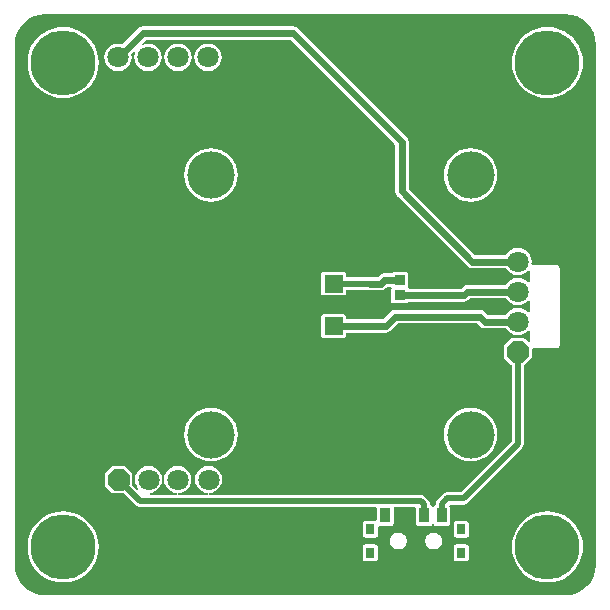
<source format=gtl>
G04 Layer_Physical_Order=1*
G04 Layer_Color=255*
%FSLAX44Y44*%
%MOMM*%
G71*
G01*
G75*
%ADD10R,1.6000X1.5000*%
%ADD11R,0.9500X0.8500*%
%ADD12R,0.8000X0.9000*%
%ADD13R,0.9000X1.2500*%
%ADD14C,0.5000*%
%ADD15C,0.6000*%
%ADD16C,1.8000*%
%ADD17P,1.9483X8X112.5*%
%ADD18P,1.9483X8X22.5*%
%ADD19C,5.5000*%
%ADD20C,4.0000*%
G36*
X475109Y495686D02*
X480022Y494196D01*
X484550Y491776D01*
X488518Y488519D01*
X491776Y484550D01*
X494196Y480022D01*
X495686Y475109D01*
X496165Y470248D01*
X496115Y470000D01*
X496115Y30000D01*
X496165Y29752D01*
X495686Y24891D01*
X494196Y19978D01*
X491776Y15450D01*
X488518Y11482D01*
X484550Y8225D01*
X480022Y5804D01*
X475109Y4314D01*
X471250Y3934D01*
X470000Y3885D01*
X470000Y3885D01*
X468730Y3885D01*
X31269Y3885D01*
X30000Y3885D01*
X28750Y3934D01*
X24891Y4314D01*
X19978Y5804D01*
X15450Y8225D01*
X11481Y11482D01*
X8225Y15450D01*
X5804Y19978D01*
X4314Y24891D01*
X3934Y28751D01*
X3885Y30000D01*
X3885Y30000D01*
X3885Y31252D01*
X3885Y470000D01*
X3835Y470248D01*
X4314Y475109D01*
X5804Y480022D01*
X8225Y484550D01*
X11481Y488519D01*
X15450Y491776D01*
X19978Y494196D01*
X24891Y495686D01*
X29752Y496165D01*
X30000Y496115D01*
X470000Y496115D01*
X470248Y496165D01*
X475109Y495686D01*
D02*
G37*
%LPC*%
G36*
X358605Y57178D02*
X358355Y57128D01*
X358100D01*
X356344Y56779D01*
X355411Y56392D01*
X353922Y55398D01*
X353922Y55398D01*
X353208Y54683D01*
X353208Y54683D01*
X352213Y53195D01*
X351826Y52261D01*
X351477Y50505D01*
Y49495D01*
X351826Y47739D01*
X352213Y46805D01*
X353208Y45317D01*
X353208Y45317D01*
X353922Y44602D01*
X353922Y44602D01*
X355411Y43608D01*
X356344Y43221D01*
X358100Y42872D01*
X358355D01*
X358605Y42822D01*
X358855Y42872D01*
X359110D01*
X360866Y43221D01*
X361800Y43608D01*
X363288Y44602D01*
X363288Y44602D01*
X364003Y45317D01*
X364003Y45317D01*
X364997Y46805D01*
X365384Y47739D01*
X365733Y49495D01*
Y50505D01*
X365384Y52261D01*
X364997Y53195D01*
X364003Y54683D01*
X364003Y54683D01*
X363288Y55398D01*
X363288Y55398D01*
X361800Y56392D01*
X360866Y56779D01*
X359110Y57128D01*
X358855D01*
X358605Y57178D01*
D02*
G37*
G36*
X328605D02*
X328355Y57128D01*
X328100D01*
X326344Y56779D01*
X325411Y56392D01*
X323922Y55398D01*
X323922Y55398D01*
X323208Y54683D01*
X323208Y54683D01*
X322213Y53195D01*
X321826Y52261D01*
X321477Y50505D01*
Y49495D01*
X321826Y47739D01*
X322213Y46805D01*
X323208Y45317D01*
X323208Y45317D01*
X323922Y44602D01*
X323922Y44602D01*
X325411Y43608D01*
X326344Y43221D01*
X328100Y42872D01*
X328355D01*
X328605Y42822D01*
X328855Y42872D01*
X329110D01*
X330866Y43221D01*
X331800Y43608D01*
X333288Y44602D01*
X333288Y44602D01*
X334003Y45317D01*
X334003Y45317D01*
X334997Y46805D01*
X335384Y47739D01*
X335733Y49495D01*
Y50505D01*
X335384Y52261D01*
X334997Y53195D01*
X334003Y54683D01*
X334003Y54683D01*
X333288Y55398D01*
X333288Y55398D01*
X331800Y56392D01*
X330866Y56779D01*
X329110Y57128D01*
X328855D01*
X328605Y57178D01*
D02*
G37*
G36*
X170000Y162649D02*
X165581Y162214D01*
X161333Y160925D01*
X157417Y158832D01*
X153985Y156015D01*
X151168Y152583D01*
X149075Y148667D01*
X147786Y144419D01*
X147351Y140000D01*
X147786Y135581D01*
X149075Y131333D01*
X151168Y127417D01*
X153985Y123985D01*
X157417Y121168D01*
X161333Y119075D01*
X165581Y117786D01*
X170000Y117351D01*
X174419Y117786D01*
X178667Y119075D01*
X182583Y121168D01*
X186015Y123985D01*
X188832Y127417D01*
X190925Y131333D01*
X192214Y135581D01*
X192649Y140000D01*
X192214Y144419D01*
X190925Y148667D01*
X188832Y152583D01*
X186015Y156015D01*
X182583Y158832D01*
X178667Y160925D01*
X174419Y162214D01*
X170000Y162649D01*
D02*
G37*
G36*
X386105Y67090D02*
X378105D01*
X377114Y66893D01*
X376274Y66331D01*
X375713Y65491D01*
X375516Y64500D01*
Y55500D01*
X375713Y54509D01*
X376274Y53669D01*
X377114Y53107D01*
X378105Y52910D01*
X386105D01*
X387096Y53107D01*
X387936Y53669D01*
X388498Y54509D01*
X388695Y55500D01*
Y64500D01*
X388498Y65491D01*
X387936Y66331D01*
X387096Y66893D01*
X386105Y67090D01*
D02*
G37*
G36*
X455000Y75133D02*
X450286Y74762D01*
X445689Y73658D01*
X441320Y71849D01*
X437288Y69378D01*
X433693Y66307D01*
X430622Y62712D01*
X428151Y58680D01*
X426342Y54312D01*
X425238Y49714D01*
X424867Y45000D01*
X425238Y40286D01*
X426342Y35689D01*
X428151Y31320D01*
X430622Y27288D01*
X433693Y23693D01*
X437288Y20622D01*
X441320Y18152D01*
X445689Y16342D01*
X450286Y15238D01*
X455000Y14867D01*
X459714Y15238D01*
X464312Y16342D01*
X468680Y18152D01*
X472712Y20622D01*
X476307Y23693D01*
X479378Y27288D01*
X481849Y31320D01*
X483658Y35689D01*
X484762Y40286D01*
X485133Y45000D01*
X484762Y49714D01*
X483658Y54312D01*
X481849Y58680D01*
X479378Y62712D01*
X476307Y66307D01*
X472712Y69378D01*
X468680Y71849D01*
X464312Y73658D01*
X459714Y74762D01*
X455000Y75133D01*
D02*
G37*
G36*
X45000D02*
X40286Y74762D01*
X35688Y73658D01*
X31320Y71849D01*
X27288Y69378D01*
X23693Y66307D01*
X20622Y62712D01*
X18151Y58680D01*
X16342Y54312D01*
X15238Y49714D01*
X14867Y45000D01*
X15238Y40286D01*
X16342Y35689D01*
X18151Y31320D01*
X20622Y27288D01*
X23693Y23693D01*
X27288Y20622D01*
X31320Y18152D01*
X35688Y16342D01*
X40286Y15238D01*
X45000Y14867D01*
X49714Y15238D01*
X54312Y16342D01*
X58680Y18152D01*
X62712Y20622D01*
X66307Y23693D01*
X69378Y27288D01*
X71849Y31320D01*
X73658Y35689D01*
X74762Y40286D01*
X75133Y45000D01*
X74762Y49714D01*
X73658Y54312D01*
X71849Y58680D01*
X69378Y62712D01*
X66307Y66307D01*
X62712Y69378D01*
X58680Y71849D01*
X54312Y73658D01*
X49714Y74762D01*
X45000Y75133D01*
D02*
G37*
G36*
X386105Y47090D02*
X378105D01*
X377114Y46893D01*
X376274Y46331D01*
X375713Y45491D01*
X375516Y44500D01*
Y35500D01*
X375713Y34509D01*
X376274Y33669D01*
X377114Y33107D01*
X378105Y32910D01*
X386105D01*
X387096Y33107D01*
X387936Y33669D01*
X388498Y34509D01*
X388695Y35500D01*
Y44500D01*
X388498Y45491D01*
X387936Y46331D01*
X387096Y46893D01*
X386105Y47090D01*
D02*
G37*
G36*
X309105D02*
X301105D01*
X300114Y46893D01*
X299274Y46331D01*
X298713Y45491D01*
X298515Y44500D01*
Y35500D01*
X298713Y34509D01*
X299274Y33669D01*
X300114Y33107D01*
X301105Y32910D01*
X309105D01*
X310096Y33107D01*
X310936Y33669D01*
X311498Y34509D01*
X311695Y35500D01*
Y44500D01*
X311498Y45491D01*
X310936Y46331D01*
X310096Y46893D01*
X309105Y47090D01*
D02*
G37*
G36*
X455000Y485133D02*
X450286Y484762D01*
X445689Y483658D01*
X441320Y481849D01*
X437288Y479378D01*
X433693Y476307D01*
X430622Y472712D01*
X428151Y468680D01*
X426342Y464312D01*
X425238Y459714D01*
X424867Y455000D01*
X425238Y450286D01*
X426342Y445689D01*
X428151Y441320D01*
X430622Y437288D01*
X433693Y433693D01*
X437288Y430622D01*
X441320Y428152D01*
X445689Y426342D01*
X450286Y425238D01*
X455000Y424867D01*
X459714Y425238D01*
X464312Y426342D01*
X468680Y428152D01*
X472712Y430622D01*
X476307Y433693D01*
X479378Y437288D01*
X481849Y441320D01*
X483658Y445689D01*
X484762Y450286D01*
X485133Y455000D01*
X484762Y459714D01*
X483658Y464312D01*
X481849Y468680D01*
X479378Y472712D01*
X476307Y476307D01*
X472712Y479378D01*
X468680Y481849D01*
X464312Y483658D01*
X459714Y484762D01*
X455000Y485133D01*
D02*
G37*
G36*
X45000D02*
X40286Y484762D01*
X35688Y483658D01*
X31320Y481849D01*
X27288Y479378D01*
X23693Y476307D01*
X20622Y472712D01*
X18151Y468680D01*
X16342Y464312D01*
X15238Y459714D01*
X14867Y455000D01*
X15238Y450286D01*
X16342Y445689D01*
X18151Y441320D01*
X20622Y437288D01*
X23693Y433693D01*
X27288Y430622D01*
X31320Y428152D01*
X35688Y426342D01*
X40286Y425238D01*
X45000Y424867D01*
X49714Y425238D01*
X54312Y426342D01*
X58680Y428152D01*
X62712Y430622D01*
X66307Y433693D01*
X69378Y437288D01*
X71849Y441320D01*
X73658Y445689D01*
X74762Y450286D01*
X75133Y455000D01*
X74762Y459714D01*
X73658Y464312D01*
X71849Y468680D01*
X69378Y472712D01*
X66307Y476307D01*
X62712Y479378D01*
X58680Y481849D01*
X54312Y483658D01*
X49714Y484762D01*
X45000Y485133D01*
D02*
G37*
G36*
X167640Y471139D02*
X164627Y470743D01*
X161820Y469580D01*
X159410Y467730D01*
X157560Y465320D01*
X156397Y462513D01*
X156000Y459500D01*
X156397Y456488D01*
X157560Y453680D01*
X159410Y451270D01*
X161820Y449420D01*
X164627Y448257D01*
X167640Y447860D01*
X170653Y448257D01*
X173460Y449420D01*
X175870Y451270D01*
X177720Y453680D01*
X178883Y456488D01*
X179280Y459500D01*
X178883Y462513D01*
X177720Y465320D01*
X175870Y467730D01*
X173460Y469580D01*
X170653Y470743D01*
X167640Y471139D01*
D02*
G37*
G36*
X142240D02*
X139228Y470743D01*
X136420Y469580D01*
X134010Y467730D01*
X132160Y465320D01*
X130997Y462513D01*
X130600Y459500D01*
X130997Y456488D01*
X132160Y453680D01*
X134010Y451270D01*
X136420Y449420D01*
X139228Y448257D01*
X142240Y447860D01*
X145253Y448257D01*
X148060Y449420D01*
X150470Y451270D01*
X152320Y453680D01*
X153483Y456488D01*
X153879Y459500D01*
X153483Y462513D01*
X152320Y465320D01*
X150470Y467730D01*
X148060Y469580D01*
X145253Y470743D01*
X142240Y471139D01*
D02*
G37*
G36*
X240000Y485649D02*
X240000Y485648D01*
X112400D01*
X110238Y485219D01*
X108406Y483994D01*
X108406Y483994D01*
X94949Y470537D01*
X94452Y470743D01*
X91440Y471139D01*
X88427Y470743D01*
X85620Y469580D01*
X83210Y467730D01*
X81360Y465320D01*
X80197Y462513D01*
X79800Y459500D01*
X80197Y456488D01*
X81360Y453680D01*
X83210Y451270D01*
X85620Y449420D01*
X88427Y448257D01*
X91440Y447860D01*
X94452Y448257D01*
X97260Y449420D01*
X99670Y451270D01*
X101520Y453680D01*
X102683Y456488D01*
X103080Y459500D01*
X102708Y462320D01*
X105157Y464769D01*
X106234Y464049D01*
X105597Y462513D01*
X105200Y459500D01*
X105597Y456488D01*
X106760Y453680D01*
X108610Y451270D01*
X111020Y449420D01*
X113827Y448257D01*
X116840Y447860D01*
X119853Y448257D01*
X122660Y449420D01*
X125070Y451270D01*
X126920Y453680D01*
X128083Y456488D01*
X128479Y459500D01*
X128083Y462513D01*
X126920Y465320D01*
X125070Y467730D01*
X122660Y469580D01*
X119853Y470743D01*
X116840Y471139D01*
X113827Y470743D01*
X112291Y470106D01*
X111571Y471183D01*
X114740Y474352D01*
X237660D01*
X326352Y385660D01*
Y346000D01*
X326351Y346000D01*
X326781Y343838D01*
X328006Y342006D01*
X387396Y282616D01*
X387396Y282616D01*
X389228Y281392D01*
X391390Y280962D01*
X391390Y280962D01*
X419849D01*
X419920Y280790D01*
X421770Y278380D01*
X424180Y276530D01*
X426987Y275367D01*
X430000Y274971D01*
X433013Y275367D01*
X435820Y276530D01*
X438230Y278380D01*
X438940Y279305D01*
X440210Y278874D01*
Y268947D01*
X438940Y268515D01*
X438230Y269441D01*
X435820Y271290D01*
X433013Y272453D01*
X430000Y272850D01*
X426987Y272453D01*
X424180Y271290D01*
X421770Y269441D01*
X419920Y267030D01*
X419849Y266859D01*
X387210D01*
X387210Y266859D01*
X385049Y266429D01*
X383216Y265204D01*
X381660Y263648D01*
X337718D01*
X336764Y264835D01*
X336900Y265396D01*
X337143Y265759D01*
X337340Y266750D01*
Y275250D01*
X337143Y276241D01*
X336581Y277081D01*
X335741Y277643D01*
X334750Y277840D01*
X325250D01*
X324259Y277643D01*
X323419Y277081D01*
X323130Y276649D01*
X317000D01*
X317000Y276649D01*
X314838Y276218D01*
X313006Y274994D01*
X313006Y274994D01*
X311660Y273648D01*
X305000D01*
X302838Y273219D01*
X302719Y273139D01*
X284590D01*
Y275500D01*
X284393Y276491D01*
X283831Y277331D01*
X282991Y277893D01*
X282000Y278090D01*
X266000D01*
X265009Y277893D01*
X264169Y277331D01*
X263607Y276491D01*
X263410Y275500D01*
Y260500D01*
X263607Y259509D01*
X264169Y258669D01*
X265009Y258107D01*
X266000Y257910D01*
X282000D01*
X282991Y258107D01*
X283831Y258669D01*
X284393Y259509D01*
X284590Y260500D01*
Y262861D01*
X302719D01*
X302838Y262781D01*
X305000Y262351D01*
X314000D01*
X314000Y262351D01*
X316162Y262781D01*
X317994Y264006D01*
X319340Y265352D01*
X322282D01*
X323236Y264165D01*
X323100Y263604D01*
X322857Y263241D01*
X322660Y262250D01*
Y253750D01*
X322857Y252759D01*
X323419Y251919D01*
X324259Y251357D01*
X325250Y251160D01*
X334750D01*
X335741Y251357D01*
X336581Y251919D01*
X336870Y252351D01*
X384000D01*
X384000Y252351D01*
X386162Y252781D01*
X387994Y254006D01*
X389550Y255562D01*
X419849D01*
X419920Y255390D01*
X421770Y252980D01*
X424180Y251130D01*
X426987Y249967D01*
X430000Y249571D01*
X433013Y249967D01*
X435820Y251130D01*
X438230Y252980D01*
X438940Y253905D01*
X440210Y253474D01*
Y243547D01*
X438940Y243116D01*
X438230Y244041D01*
X435820Y245890D01*
X433013Y247053D01*
X430000Y247450D01*
X426987Y247053D01*
X424180Y245890D01*
X421770Y244041D01*
X419920Y241630D01*
X419849Y241459D01*
X404530D01*
X401994Y243994D01*
X400162Y245219D01*
X398000Y245649D01*
X398000Y245648D01*
X326000D01*
X326000Y245649D01*
X323838Y245219D01*
X322006Y243994D01*
X322006Y243994D01*
X315660Y237649D01*
X284590D01*
Y239500D01*
X284393Y240491D01*
X283831Y241331D01*
X282991Y241893D01*
X282000Y242090D01*
X266000D01*
X265009Y241893D01*
X264169Y241331D01*
X263607Y240491D01*
X263410Y239500D01*
Y224500D01*
X263607Y223509D01*
X264169Y222669D01*
X265009Y222107D01*
X266000Y221910D01*
X282000D01*
X282991Y222107D01*
X283831Y222669D01*
X284393Y223509D01*
X284590Y224500D01*
Y226352D01*
X318000D01*
X318000Y226352D01*
X320162Y226782D01*
X321994Y228006D01*
X328340Y234352D01*
X395660D01*
X398196Y231816D01*
X398196Y231816D01*
X400028Y230592D01*
X402190Y230162D01*
X402190Y230162D01*
X419849D01*
X419920Y229990D01*
X421770Y227580D01*
X424180Y225730D01*
X426987Y224567D01*
X430000Y224171D01*
X433013Y224567D01*
X435820Y225730D01*
X438230Y227580D01*
X438940Y228505D01*
X440210Y228074D01*
Y219022D01*
X439037Y218536D01*
X436331Y221241D01*
X435491Y221803D01*
X434500Y222000D01*
X425500D01*
X424509Y221803D01*
X423669Y221241D01*
X419169Y216741D01*
X418607Y215901D01*
X418410Y214910D01*
Y205910D01*
X418607Y204919D01*
X419169Y204079D01*
X423669Y199579D01*
X424509Y199018D01*
X424861Y198948D01*
Y134129D01*
X381871Y91139D01*
X370000D01*
X368033Y90748D01*
X366366Y89634D01*
X361972Y85239D01*
X360858Y83572D01*
X360466Y81605D01*
Y80463D01*
X360114Y80393D01*
X359274Y79831D01*
X358774Y79083D01*
X358105Y79010D01*
X357436Y79083D01*
X356936Y79831D01*
X356096Y80393D01*
X355744Y80463D01*
Y81395D01*
X355353Y83361D01*
X354239Y85028D01*
X351634Y87634D01*
X349967Y88748D01*
X348000Y89139D01*
X168550D01*
X168467Y90409D01*
X168951Y90472D01*
X171113Y90757D01*
X173920Y91920D01*
X176330Y93770D01*
X178180Y96180D01*
X179343Y98988D01*
X179740Y102000D01*
X179343Y105013D01*
X178180Y107820D01*
X176330Y110230D01*
X173920Y112080D01*
X171113Y113243D01*
X168100Y113639D01*
X165088Y113243D01*
X162280Y112080D01*
X159870Y110230D01*
X158020Y107820D01*
X156857Y105013D01*
X156461Y102000D01*
X156857Y98988D01*
X158020Y96180D01*
X159870Y93770D01*
X162280Y91920D01*
X165088Y90757D01*
X167249Y90472D01*
X167733Y90409D01*
X167650Y89139D01*
X142450D01*
X142367Y90409D01*
X142851Y90472D01*
X145013Y90757D01*
X147820Y91920D01*
X150230Y93770D01*
X152080Y96180D01*
X153243Y98988D01*
X153640Y102000D01*
X153243Y105013D01*
X152080Y107820D01*
X150230Y110230D01*
X147820Y112080D01*
X145013Y113243D01*
X142000Y113639D01*
X138988Y113243D01*
X136180Y112080D01*
X133770Y110230D01*
X131920Y107820D01*
X130757Y105013D01*
X130360Y102000D01*
X130757Y98988D01*
X131920Y96180D01*
X133770Y93770D01*
X136180Y91920D01*
X138988Y90757D01*
X141149Y90472D01*
X141633Y90409D01*
X141550Y89139D01*
X118123D01*
X118068Y89180D01*
X118119Y89979D01*
X118321Y90495D01*
X120313Y90757D01*
X123120Y91920D01*
X125530Y93770D01*
X127380Y96180D01*
X128543Y98988D01*
X128940Y102000D01*
X128543Y105013D01*
X127380Y107820D01*
X125530Y110230D01*
X123120Y112080D01*
X120313Y113243D01*
X117300Y113639D01*
X114288Y113243D01*
X111480Y112080D01*
X109070Y110230D01*
X107220Y107820D01*
X106057Y105013D01*
X105660Y102000D01*
X106057Y98988D01*
X107220Y96180D01*
X108660Y94303D01*
X107703Y93464D01*
X103490Y97677D01*
Y106500D01*
X103293Y107491D01*
X102731Y108331D01*
X98231Y112831D01*
X97391Y113393D01*
X96400Y113590D01*
X87400D01*
X86409Y113393D01*
X85569Y112831D01*
X81069Y108331D01*
X80507Y107491D01*
X80310Y106500D01*
Y97500D01*
X80507Y96509D01*
X81069Y95669D01*
X85569Y91169D01*
X86409Y90607D01*
X87400Y90410D01*
X96222D01*
X106266Y80366D01*
X107934Y79252D01*
X109900Y78861D01*
X309809D01*
X310515Y78000D01*
Y68024D01*
X309245Y67062D01*
X309105Y67090D01*
X301105D01*
X300114Y66893D01*
X299274Y66331D01*
X298713Y65491D01*
X298515Y64500D01*
Y55500D01*
X298713Y54509D01*
X299274Y53669D01*
X300114Y53107D01*
X301105Y52910D01*
X309105D01*
X310096Y53107D01*
X310936Y53669D01*
X311498Y54509D01*
X311695Y55500D01*
Y61976D01*
X312965Y62938D01*
X313105Y62910D01*
X322105D01*
X323096Y63107D01*
X323936Y63669D01*
X324498Y64509D01*
X324695Y65500D01*
Y78000D01*
X325402Y78861D01*
X342809D01*
X343516Y78000D01*
Y65500D01*
X343713Y64509D01*
X344274Y63669D01*
X345114Y63107D01*
X346105Y62910D01*
X355105D01*
X356096Y63107D01*
X356936Y63669D01*
X357436Y64416D01*
X358105Y64490D01*
X358774Y64416D01*
X359274Y63669D01*
X360114Y63107D01*
X361105Y62910D01*
X370105D01*
X371096Y63107D01*
X371936Y63669D01*
X372498Y64509D01*
X372695Y65500D01*
Y78000D01*
X372498Y78991D01*
X372085Y79609D01*
X372366Y80443D01*
X372659Y80861D01*
X384000D01*
X385966Y81252D01*
X387634Y82366D01*
X433634Y128366D01*
X434748Y130034D01*
X435139Y132000D01*
Y198948D01*
X435491Y199018D01*
X436331Y199579D01*
X440831Y204079D01*
X441393Y204919D01*
X441590Y205910D01*
Y212366D01*
X442800Y213420D01*
X462800D01*
X463791Y213617D01*
X464631Y214179D01*
X465193Y215019D01*
X465390Y216010D01*
Y281010D01*
X465193Y282001D01*
X464631Y282841D01*
X463791Y283403D01*
X462800Y283600D01*
X442800D01*
X442517Y283544D01*
X441364Y284517D01*
X441640Y286610D01*
X441243Y289623D01*
X440080Y292430D01*
X438230Y294841D01*
X435820Y296690D01*
X433013Y297853D01*
X430000Y298250D01*
X426987Y297853D01*
X424180Y296690D01*
X421770Y294841D01*
X419920Y292430D01*
X419849Y292259D01*
X393730D01*
X337649Y348340D01*
Y388000D01*
X337649Y388000D01*
X337219Y390162D01*
X335994Y391994D01*
X335994Y391994D01*
X243994Y483994D01*
X242162Y485219D01*
X240000Y485649D01*
D02*
G37*
G36*
X390000Y162649D02*
X385581Y162214D01*
X381333Y160925D01*
X377417Y158832D01*
X373985Y156015D01*
X371168Y152583D01*
X369075Y148667D01*
X367786Y144419D01*
X367351Y140000D01*
X367786Y135581D01*
X369075Y131333D01*
X371168Y127417D01*
X373985Y123985D01*
X377417Y121168D01*
X381333Y119075D01*
X385581Y117786D01*
X390000Y117351D01*
X394419Y117786D01*
X398667Y119075D01*
X402583Y121168D01*
X406015Y123985D01*
X408832Y127417D01*
X410925Y131333D01*
X412214Y135581D01*
X412649Y140000D01*
X412214Y144419D01*
X410925Y148667D01*
X408832Y152583D01*
X406015Y156015D01*
X402583Y158832D01*
X398667Y160925D01*
X394419Y162214D01*
X390000Y162649D01*
D02*
G37*
G36*
Y382649D02*
X385581Y382214D01*
X381333Y380925D01*
X377417Y378832D01*
X373985Y376015D01*
X371168Y372583D01*
X369075Y368667D01*
X367786Y364419D01*
X367351Y360000D01*
X367786Y355581D01*
X369075Y351333D01*
X371168Y347417D01*
X373985Y343985D01*
X377417Y341168D01*
X381333Y339075D01*
X385581Y337786D01*
X390000Y337351D01*
X394419Y337786D01*
X398667Y339075D01*
X402583Y341168D01*
X406015Y343985D01*
X408832Y347417D01*
X410925Y351333D01*
X412214Y355581D01*
X412649Y360000D01*
X412214Y364419D01*
X410925Y368667D01*
X408832Y372583D01*
X406015Y376015D01*
X402583Y378832D01*
X398667Y380925D01*
X394419Y382214D01*
X390000Y382649D01*
D02*
G37*
G36*
X170000D02*
X165581Y382214D01*
X161333Y380925D01*
X157417Y378832D01*
X153985Y376015D01*
X151168Y372583D01*
X149075Y368667D01*
X147786Y364419D01*
X147351Y360000D01*
X147786Y355581D01*
X149075Y351333D01*
X151168Y347417D01*
X153985Y343985D01*
X157417Y341168D01*
X161333Y339075D01*
X165581Y337786D01*
X170000Y337351D01*
X174419Y337786D01*
X178667Y339075D01*
X182583Y341168D01*
X186015Y343985D01*
X188832Y347417D01*
X190925Y351333D01*
X192214Y355581D01*
X192649Y360000D01*
X192214Y364419D01*
X190925Y368667D01*
X188832Y372583D01*
X186015Y376015D01*
X182583Y378832D01*
X178667Y380925D01*
X174419Y382214D01*
X170000Y382649D01*
D02*
G37*
%LPD*%
D10*
X274000Y268000D02*
D03*
Y232000D02*
D03*
D11*
X330000Y258000D02*
D03*
Y271000D02*
D03*
D12*
X305105Y60000D02*
D03*
Y40000D02*
D03*
X382105Y60000D02*
D03*
Y40000D02*
D03*
D13*
X365605Y71750D02*
D03*
X350605D02*
D03*
X317605D02*
D03*
D14*
X370000Y86000D02*
X384000D01*
X365605Y81605D02*
X370000Y86000D01*
X365605Y71750D02*
Y81605D01*
X350605Y71750D02*
Y81395D01*
X348000Y84000D02*
X350605Y81395D01*
X430000Y132000D02*
Y210410D01*
X384000Y86000D02*
X430000Y132000D01*
X109900Y84000D02*
X348000D01*
X91900Y102000D02*
X109900Y84000D01*
X274000Y268000D02*
X305000D01*
D15*
X391390Y286610D02*
X430000D01*
X332000Y346000D02*
X391390Y286610D01*
X332000Y346000D02*
Y388000D01*
X240000Y480000D02*
X332000Y388000D01*
X305000Y268000D02*
X314000D01*
X317000Y271000D01*
X330000D01*
X387210Y261210D02*
X430000D01*
X384000Y258000D02*
X387210Y261210D01*
X330000Y258000D02*
X384000D01*
X274000Y232000D02*
X318000D01*
X326000Y240000D01*
X398000D01*
X402190Y235810D01*
X430000D01*
Y286610D02*
Y290000D01*
X91900Y459500D02*
X112400Y480000D01*
X240000D01*
D16*
X91440Y459500D02*
D03*
X167640D02*
D03*
X142240D02*
D03*
X116840D02*
D03*
X430000Y286610D02*
D03*
Y261210D02*
D03*
Y235810D02*
D03*
X168100Y102000D02*
D03*
X142000D02*
D03*
X117300D02*
D03*
D17*
X430000Y210410D02*
D03*
D18*
X91900Y102000D02*
D03*
D19*
X455000Y45000D02*
D03*
X45000D02*
D03*
X455000Y455000D02*
D03*
X45000D02*
D03*
D20*
X170000Y360000D02*
D03*
X390000D02*
D03*
Y140000D02*
D03*
X170000D02*
D03*
M02*

</source>
